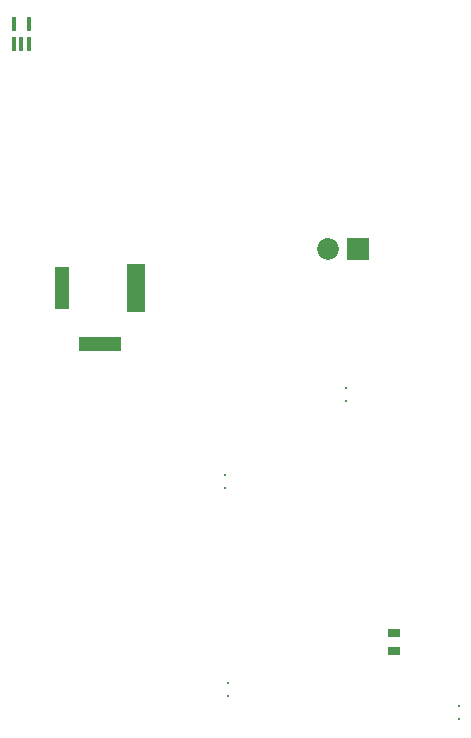
<source format=gbr>
%TF.GenerationSoftware,Altium Limited,Altium Designer,19.1.6 (110)*%
G04 Layer_Color=255*
%FSLAX26Y26*%
%MOIN*%
%TF.FileFunction,Pads,Bot*%
%TF.Part,Single*%
G01*
G75*
%TA.AperFunction,SMDPad,CuDef*%
%ADD33C,0.010000*%
%TA.AperFunction,ComponentPad*%
%ADD52R,0.139764X0.051181*%
%ADD53R,0.051181X0.139764*%
%ADD54R,0.061024X0.161417*%
%ADD55C,0.072835*%
%ADD56R,0.072835X0.072835*%
%TA.AperFunction,SMDPad,CuDef*%
%ADD58R,0.015748X0.047244*%
%ADD59R,0.039370X0.031496*%
D33*
X1437992Y3320866D02*
D03*
Y3364173D02*
D03*
X1044291Y2378937D02*
D03*
Y2335630D02*
D03*
X1812008Y2259843D02*
D03*
Y2303150D02*
D03*
X1033465Y3030512D02*
D03*
Y3073819D02*
D03*
D52*
X616772Y3508026D02*
D03*
D53*
X488819Y3697003D02*
D03*
D54*
X734882D02*
D03*
D55*
X1377795Y3824956D02*
D03*
D56*
X1477795D02*
D03*
D58*
X379567Y4574956D02*
D03*
X328386D02*
D03*
Y4508026D02*
D03*
X353976D02*
D03*
X379567D02*
D03*
D59*
X1596457Y2486220D02*
D03*
Y2545276D02*
D03*
%TF.MD5,08b582f2346798704b4abc77339b11d7*%
M02*

</source>
